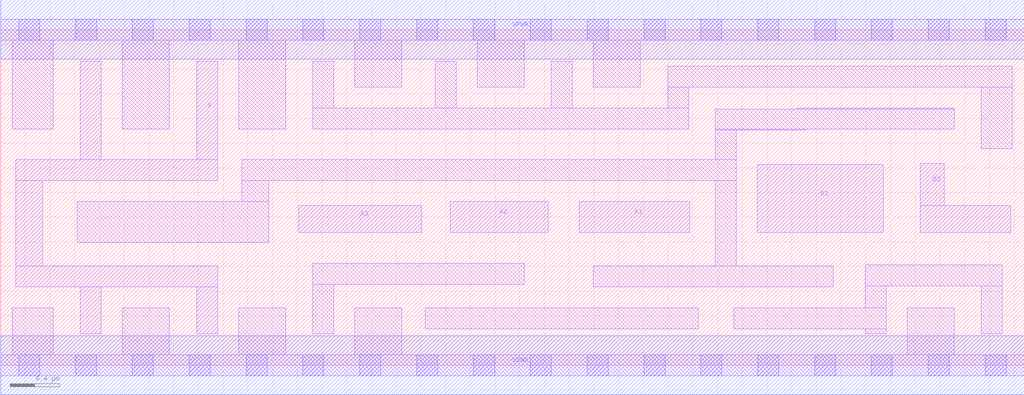
<source format=lef>
# Copyright 2020 The SkyWater PDK Authors
#
# Licensed under the Apache License, Version 2.0 (the "License");
# you may not use this file except in compliance with the License.
# You may obtain a copy of the License at
#
#     https://www.apache.org/licenses/LICENSE-2.0
#
# Unless required by applicable law or agreed to in writing, software
# distributed under the License is distributed on an "AS IS" BASIS,
# WITHOUT WARRANTIES OR CONDITIONS OF ANY KIND, either express or implied.
# See the License for the specific language governing permissions and
# limitations under the License.
#
# SPDX-License-Identifier: Apache-2.0

VERSION 5.7 ;
  NAMESCASESENSITIVE ON ;
  NOWIREEXTENSIONATPIN ON ;
  DIVIDERCHAR "/" ;
  BUSBITCHARS "[]" ;
UNITS
  DATABASE MICRONS 200 ;
END UNITS
PROPERTYDEFINITIONS
  MACRO maskLayoutSubType STRING ;
  MACRO prCellType STRING ;
  MACRO originalViewName STRING ;
END PROPERTYDEFINITIONS
MACRO sky130_fd_sc_hdll__a32o_4
  CLASS CORE ;
  FOREIGN sky130_fd_sc_hdll__a32o_4 ;
  ORIGIN  0.000000  0.000000 ;
  SIZE  8.280000 BY  2.720000 ;
  SYMMETRY X Y R90 ;
  SITE unithd ;
  PIN A1
    ANTENNAGATEAREA  0.555000 ;
    DIRECTION INPUT ;
    USE SIGNAL ;
    PORT
      LAYER li1 ;
        RECT 4.680000 1.075000 5.575000 1.325000 ;
    END
  END A1
  PIN A2
    ANTENNAGATEAREA  0.555000 ;
    DIRECTION INPUT ;
    USE SIGNAL ;
    PORT
      LAYER li1 ;
        RECT 3.635000 1.075000 4.430000 1.325000 ;
    END
  END A2
  PIN A3
    ANTENNAGATEAREA  0.555000 ;
    DIRECTION INPUT ;
    USE SIGNAL ;
    PORT
      LAYER li1 ;
        RECT 2.410000 1.075000 3.405000 1.295000 ;
    END
  END A3
  PIN B1
    ANTENNAGATEAREA  0.555000 ;
    DIRECTION INPUT ;
    USE SIGNAL ;
    PORT
      LAYER li1 ;
        RECT 6.120000 1.075000 7.140000 1.625000 ;
    END
  END B1
  PIN B2
    ANTENNAGATEAREA  0.555000 ;
    DIRECTION INPUT ;
    USE SIGNAL ;
    PORT
      LAYER li1 ;
        RECT 7.440000 1.075000 8.170000 1.295000 ;
        RECT 7.440000 1.295000 7.635000 1.635000 ;
    END
  END B2
  PIN X
    ANTENNADIFFAREA  1.028500 ;
    DIRECTION OUTPUT ;
    USE SIGNAL ;
    PORT
      LAYER li1 ;
        RECT 0.120000 0.635000 1.755000 0.805000 ;
        RECT 0.120000 0.805000 0.340000 1.495000 ;
        RECT 0.120000 1.495000 1.755000 1.665000 ;
        RECT 0.645000 0.255000 0.815000 0.635000 ;
        RECT 0.645000 1.665000 0.815000 2.465000 ;
        RECT 1.585000 0.255000 1.755000 0.635000 ;
        RECT 1.585000 1.665000 1.755000 2.465000 ;
    END
  END X
  PIN VGND
    DIRECTION INOUT ;
    USE GROUND ;
    PORT
      LAYER met1 ;
        RECT 0.000000 -0.240000 8.280000 0.240000 ;
    END
  END VGND
  PIN VPWR
    DIRECTION INOUT ;
    USE POWER ;
    PORT
      LAYER met1 ;
        RECT 0.000000 2.480000 8.280000 2.960000 ;
    END
  END VPWR
  OBS
    LAYER li1 ;
      RECT 0.000000 -0.085000 8.280000 0.085000 ;
      RECT 0.000000  2.635000 8.280000 2.805000 ;
      RECT 0.095000  0.085000 0.425000 0.465000 ;
      RECT 0.095000  1.915000 0.425000 2.635000 ;
      RECT 0.620000  0.995000 2.170000 1.325000 ;
      RECT 0.985000  0.085000 1.365000 0.465000 ;
      RECT 0.985000  1.915000 1.365000 2.635000 ;
      RECT 1.925000  0.085000 2.305000 0.465000 ;
      RECT 1.925000  1.915000 2.305000 2.635000 ;
      RECT 1.950000  1.325000 2.170000 1.495000 ;
      RECT 1.950000  1.495000 5.950000 1.665000 ;
      RECT 2.525000  0.255000 2.695000 0.655000 ;
      RECT 2.525000  0.655000 4.235000 0.825000 ;
      RECT 2.525000  1.915000 5.565000 2.085000 ;
      RECT 2.525000  2.085000 2.695000 2.465000 ;
      RECT 2.865000  0.085000 3.245000 0.465000 ;
      RECT 2.865000  2.255000 3.245000 2.635000 ;
      RECT 3.435000  0.295000 5.645000 0.465000 ;
      RECT 3.515000  2.085000 3.685000 2.465000 ;
      RECT 3.855000  2.255000 4.235000 2.635000 ;
      RECT 4.455000  2.085000 4.625000 2.465000 ;
      RECT 4.795000  0.635000 6.735000 0.805000 ;
      RECT 4.795000  2.255000 5.175000 2.635000 ;
      RECT 5.395000  2.085000 5.565000 2.255000 ;
      RECT 5.395000  2.255000 8.185000 2.425000 ;
      RECT 5.780000  0.805000 5.950000 1.495000 ;
      RECT 5.780000  1.665000 5.950000 1.905000 ;
      RECT 5.780000  1.905000 6.510000 1.915000 ;
      RECT 5.780000  1.915000 7.715000 2.075000 ;
      RECT 5.930000  0.295000 7.165000 0.465000 ;
      RECT 6.445000  2.075000 7.715000 2.085000 ;
      RECT 6.995000  0.255000 7.165000 0.295000 ;
      RECT 6.995000  0.465000 7.165000 0.645000 ;
      RECT 6.995000  0.645000 8.105000 0.815000 ;
      RECT 7.335000  0.085000 7.715000 0.465000 ;
      RECT 7.935000  0.255000 8.105000 0.645000 ;
      RECT 7.935000  1.755000 8.185000 2.255000 ;
    LAYER mcon ;
      RECT 0.145000 -0.085000 0.315000 0.085000 ;
      RECT 0.145000  2.635000 0.315000 2.805000 ;
      RECT 0.605000 -0.085000 0.775000 0.085000 ;
      RECT 0.605000  2.635000 0.775000 2.805000 ;
      RECT 1.065000 -0.085000 1.235000 0.085000 ;
      RECT 1.065000  2.635000 1.235000 2.805000 ;
      RECT 1.525000 -0.085000 1.695000 0.085000 ;
      RECT 1.525000  2.635000 1.695000 2.805000 ;
      RECT 1.985000 -0.085000 2.155000 0.085000 ;
      RECT 1.985000  2.635000 2.155000 2.805000 ;
      RECT 2.445000 -0.085000 2.615000 0.085000 ;
      RECT 2.445000  2.635000 2.615000 2.805000 ;
      RECT 2.905000 -0.085000 3.075000 0.085000 ;
      RECT 2.905000  2.635000 3.075000 2.805000 ;
      RECT 3.365000 -0.085000 3.535000 0.085000 ;
      RECT 3.365000  2.635000 3.535000 2.805000 ;
      RECT 3.825000 -0.085000 3.995000 0.085000 ;
      RECT 3.825000  2.635000 3.995000 2.805000 ;
      RECT 4.285000 -0.085000 4.455000 0.085000 ;
      RECT 4.285000  2.635000 4.455000 2.805000 ;
      RECT 4.745000 -0.085000 4.915000 0.085000 ;
      RECT 4.745000  2.635000 4.915000 2.805000 ;
      RECT 5.205000 -0.085000 5.375000 0.085000 ;
      RECT 5.205000  2.635000 5.375000 2.805000 ;
      RECT 5.665000 -0.085000 5.835000 0.085000 ;
      RECT 5.665000  2.635000 5.835000 2.805000 ;
      RECT 6.125000 -0.085000 6.295000 0.085000 ;
      RECT 6.125000  2.635000 6.295000 2.805000 ;
      RECT 6.585000 -0.085000 6.755000 0.085000 ;
      RECT 6.585000  2.635000 6.755000 2.805000 ;
      RECT 7.045000 -0.085000 7.215000 0.085000 ;
      RECT 7.045000  2.635000 7.215000 2.805000 ;
      RECT 7.505000 -0.085000 7.675000 0.085000 ;
      RECT 7.505000  2.635000 7.675000 2.805000 ;
      RECT 7.965000 -0.085000 8.135000 0.085000 ;
      RECT 7.965000  2.635000 8.135000 2.805000 ;
  END
  PROPERTY maskLayoutSubType "abstract" ;
  PROPERTY prCellType "standard" ;
  PROPERTY originalViewName "layout" ;
END sky130_fd_sc_hdll__a32o_4

</source>
